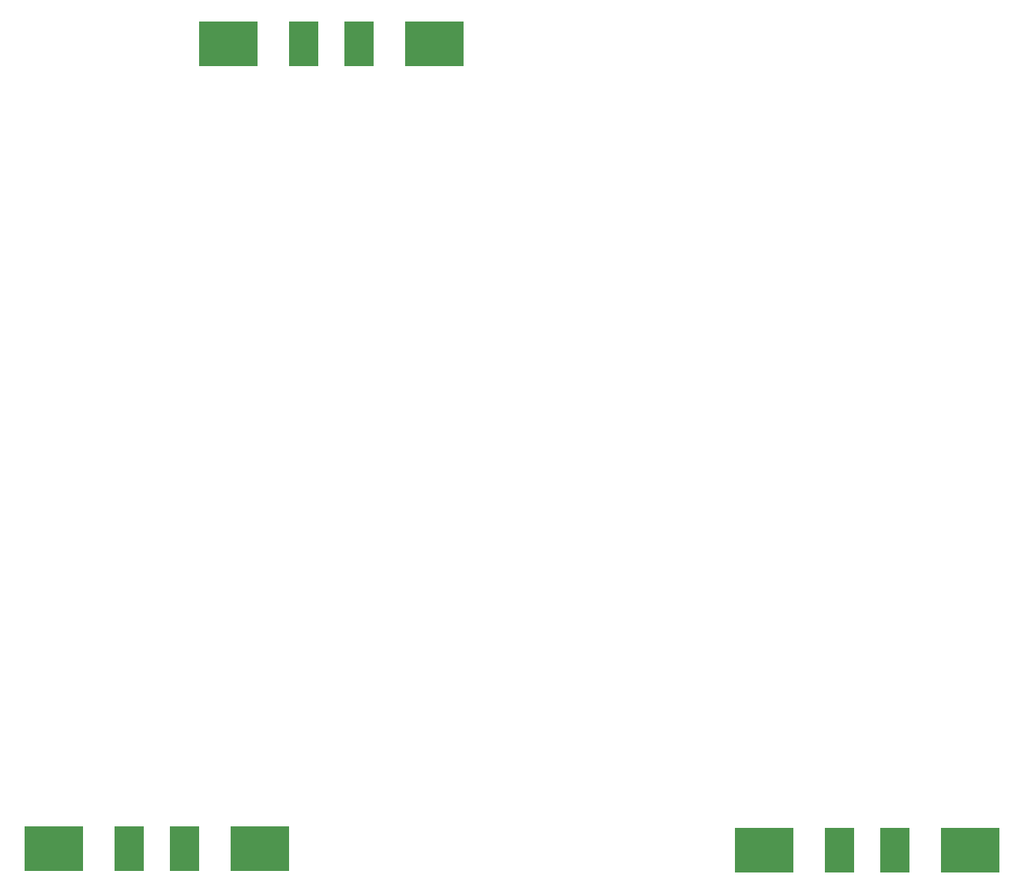
<source format=gbp>
G04*
G04 #@! TF.GenerationSoftware,Altium Limited,Altium Designer,22.8.2 (66)*
G04*
G04 Layer_Color=128*
%FSAX25Y25*%
%MOIN*%
G70*
G04*
G04 #@! TF.SameCoordinates,6D899778-4568-4F72-86F0-953F423F45E2*
G04*
G04*
G04 #@! TF.FilePolarity,Positive*
G04*
G01*
G75*
%ADD231R,0.25591X0.19685*%
%ADD232R,0.12992X0.19685*%
D231*
X0438132Y0648846D02*
D03*
X0348762D02*
D03*
X0273027Y0299922D02*
D03*
X0362397D02*
D03*
X0581005Y0299318D02*
D03*
X0670375D02*
D03*
D232*
X0381439Y0648846D02*
D03*
X0405454D02*
D03*
X0637698Y0299318D02*
D03*
X0329720Y0299922D02*
D03*
X0305704D02*
D03*
X0613683Y0299318D02*
D03*
M02*

</source>
